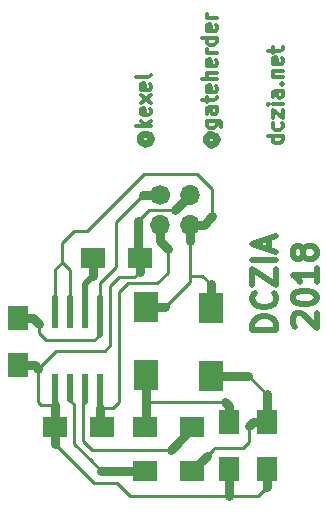
<source format=gtl>
G04 #@! TF.FileFunction,Copper,L1,Top,Signal*
%FSLAX46Y46*%
G04 Gerber Fmt 4.6, Leading zero omitted, Abs format (unit mm)*
G04 Created by KiCad (PCBNEW 4.0.7) date Thursday, July 26, 2018 'PMt' 01:10:45 PM*
%MOMM*%
%LPD*%
G01*
G04 APERTURE LIST*
%ADD10C,0.100000*%
%ADD11C,0.312500*%
%ADD12C,0.500000*%
%ADD13R,0.600000X1.550000*%
%ADD14R,2.000000X1.700000*%
%ADD15R,1.700000X2.000000*%
%ADD16C,1.700000*%
%ADD17O,1.700000X1.700000*%
%ADD18R,2.100000X2.500000*%
%ADD19C,0.750000*%
%ADD20C,0.250000*%
G04 APERTURE END LIST*
D10*
D11*
X104756276Y-75782857D02*
X103506276Y-75782857D01*
X104696752Y-75782857D02*
X104756276Y-75901904D01*
X104756276Y-76140000D01*
X104696752Y-76259047D01*
X104637229Y-76318571D01*
X104518181Y-76378095D01*
X104161038Y-76378095D01*
X104041990Y-76318571D01*
X103982467Y-76259047D01*
X103922943Y-76140000D01*
X103922943Y-75901904D01*
X103982467Y-75782857D01*
X104696752Y-74651905D02*
X104756276Y-74770952D01*
X104756276Y-75009048D01*
X104696752Y-75128095D01*
X104637229Y-75187619D01*
X104518181Y-75247143D01*
X104161038Y-75247143D01*
X104041990Y-75187619D01*
X103982467Y-75128095D01*
X103922943Y-75009048D01*
X103922943Y-74770952D01*
X103982467Y-74651905D01*
X103922943Y-74235238D02*
X103922943Y-73580476D01*
X104756276Y-74235238D01*
X104756276Y-73580476D01*
X104756276Y-73104285D02*
X103922943Y-73104285D01*
X103506276Y-73104285D02*
X103565800Y-73163809D01*
X103625324Y-73104285D01*
X103565800Y-73044761D01*
X103506276Y-73104285D01*
X103625324Y-73104285D01*
X104756276Y-71973333D02*
X104101514Y-71973333D01*
X103982467Y-72032856D01*
X103922943Y-72151904D01*
X103922943Y-72389999D01*
X103982467Y-72509047D01*
X104696752Y-71973333D02*
X104756276Y-72092380D01*
X104756276Y-72389999D01*
X104696752Y-72509047D01*
X104577705Y-72568571D01*
X104458657Y-72568571D01*
X104339610Y-72509047D01*
X104280086Y-72389999D01*
X104280086Y-72092380D01*
X104220562Y-71973333D01*
X104637229Y-71378095D02*
X104696752Y-71318571D01*
X104756276Y-71378095D01*
X104696752Y-71437619D01*
X104637229Y-71378095D01*
X104756276Y-71378095D01*
X103922943Y-70782857D02*
X104756276Y-70782857D01*
X104041990Y-70782857D02*
X103982467Y-70723333D01*
X103922943Y-70604286D01*
X103922943Y-70425714D01*
X103982467Y-70306666D01*
X104101514Y-70247143D01*
X104756276Y-70247143D01*
X104696752Y-69175714D02*
X104756276Y-69294762D01*
X104756276Y-69532857D01*
X104696752Y-69651905D01*
X104577705Y-69711429D01*
X104101514Y-69711429D01*
X103982467Y-69651905D01*
X103922943Y-69532857D01*
X103922943Y-69294762D01*
X103982467Y-69175714D01*
X104101514Y-69116191D01*
X104220562Y-69116191D01*
X104339610Y-69711429D01*
X103922943Y-68759047D02*
X103922943Y-68282857D01*
X103506276Y-68580476D02*
X104577705Y-68580476D01*
X104696752Y-68520952D01*
X104756276Y-68401905D01*
X104756276Y-68282857D01*
X92985038Y-75802857D02*
X92925514Y-75862381D01*
X92865990Y-75981429D01*
X92865990Y-76100476D01*
X92925514Y-76219524D01*
X92985038Y-76279048D01*
X93104086Y-76338572D01*
X93223133Y-76338572D01*
X93342181Y-76279048D01*
X93401705Y-76219524D01*
X93461229Y-76100476D01*
X93461229Y-75981429D01*
X93401705Y-75862381D01*
X93342181Y-75802857D01*
X92865990Y-75802857D02*
X93342181Y-75802857D01*
X93401705Y-75743334D01*
X93401705Y-75683810D01*
X93342181Y-75564762D01*
X93223133Y-75505238D01*
X92925514Y-75505238D01*
X92746943Y-75624286D01*
X92627895Y-75802857D01*
X92568371Y-76040953D01*
X92627895Y-76279048D01*
X92746943Y-76457619D01*
X92925514Y-76576667D01*
X93163610Y-76636191D01*
X93401705Y-76576667D01*
X93580276Y-76457619D01*
X93699324Y-76279048D01*
X93758848Y-76040953D01*
X93699324Y-75802857D01*
X93580276Y-75624286D01*
X93580276Y-74969524D02*
X92330276Y-74969524D01*
X93104086Y-74850476D02*
X93580276Y-74493333D01*
X92746943Y-74493333D02*
X93223133Y-74969524D01*
X93520752Y-73481428D02*
X93580276Y-73600476D01*
X93580276Y-73838571D01*
X93520752Y-73957619D01*
X93401705Y-74017143D01*
X92925514Y-74017143D01*
X92806467Y-73957619D01*
X92746943Y-73838571D01*
X92746943Y-73600476D01*
X92806467Y-73481428D01*
X92925514Y-73421905D01*
X93044562Y-73421905D01*
X93163610Y-74017143D01*
X93580276Y-73005238D02*
X92746943Y-72350476D01*
X92746943Y-73005238D02*
X93580276Y-72350476D01*
X93520752Y-71398094D02*
X93580276Y-71517142D01*
X93580276Y-71755237D01*
X93520752Y-71874285D01*
X93401705Y-71933809D01*
X92925514Y-71933809D01*
X92806467Y-71874285D01*
X92746943Y-71755237D01*
X92746943Y-71517142D01*
X92806467Y-71398094D01*
X92925514Y-71338571D01*
X93044562Y-71338571D01*
X93163610Y-71933809D01*
X93580276Y-70624285D02*
X93520752Y-70743332D01*
X93401705Y-70802856D01*
X92330276Y-70802856D01*
X98573038Y-75852143D02*
X98513514Y-75911667D01*
X98453990Y-76030715D01*
X98453990Y-76149762D01*
X98513514Y-76268810D01*
X98573038Y-76328334D01*
X98692086Y-76387858D01*
X98811133Y-76387858D01*
X98930181Y-76328334D01*
X98989705Y-76268810D01*
X99049229Y-76149762D01*
X99049229Y-76030715D01*
X98989705Y-75911667D01*
X98930181Y-75852143D01*
X98453990Y-75852143D02*
X98930181Y-75852143D01*
X98989705Y-75792620D01*
X98989705Y-75733096D01*
X98930181Y-75614048D01*
X98811133Y-75554524D01*
X98513514Y-75554524D01*
X98334943Y-75673572D01*
X98215895Y-75852143D01*
X98156371Y-76090239D01*
X98215895Y-76328334D01*
X98334943Y-76506905D01*
X98513514Y-76625953D01*
X98751610Y-76685477D01*
X98989705Y-76625953D01*
X99168276Y-76506905D01*
X99287324Y-76328334D01*
X99346848Y-76090239D01*
X99287324Y-75852143D01*
X99168276Y-75673572D01*
X98334943Y-74483096D02*
X99346848Y-74483096D01*
X99465895Y-74542619D01*
X99525419Y-74602143D01*
X99584943Y-74721191D01*
X99584943Y-74899762D01*
X99525419Y-75018810D01*
X99108752Y-74483096D02*
X99168276Y-74602143D01*
X99168276Y-74840239D01*
X99108752Y-74959286D01*
X99049229Y-75018810D01*
X98930181Y-75078334D01*
X98573038Y-75078334D01*
X98453990Y-75018810D01*
X98394467Y-74959286D01*
X98334943Y-74840239D01*
X98334943Y-74602143D01*
X98394467Y-74483096D01*
X99168276Y-73352144D02*
X98513514Y-73352144D01*
X98394467Y-73411667D01*
X98334943Y-73530715D01*
X98334943Y-73768810D01*
X98394467Y-73887858D01*
X99108752Y-73352144D02*
X99168276Y-73471191D01*
X99168276Y-73768810D01*
X99108752Y-73887858D01*
X98989705Y-73947382D01*
X98870657Y-73947382D01*
X98751610Y-73887858D01*
X98692086Y-73768810D01*
X98692086Y-73471191D01*
X98632562Y-73352144D01*
X98334943Y-72935477D02*
X98334943Y-72459287D01*
X97918276Y-72756906D02*
X98989705Y-72756906D01*
X99108752Y-72697382D01*
X99168276Y-72578335D01*
X99168276Y-72459287D01*
X99108752Y-71566429D02*
X99168276Y-71685477D01*
X99168276Y-71923572D01*
X99108752Y-72042620D01*
X98989705Y-72102144D01*
X98513514Y-72102144D01*
X98394467Y-72042620D01*
X98334943Y-71923572D01*
X98334943Y-71685477D01*
X98394467Y-71566429D01*
X98513514Y-71506906D01*
X98632562Y-71506906D01*
X98751610Y-72102144D01*
X99168276Y-70971191D02*
X97918276Y-70971191D01*
X99168276Y-70435477D02*
X98513514Y-70435477D01*
X98394467Y-70495000D01*
X98334943Y-70614048D01*
X98334943Y-70792620D01*
X98394467Y-70911667D01*
X98453990Y-70971191D01*
X99108752Y-69364048D02*
X99168276Y-69483096D01*
X99168276Y-69721191D01*
X99108752Y-69840239D01*
X98989705Y-69899763D01*
X98513514Y-69899763D01*
X98394467Y-69840239D01*
X98334943Y-69721191D01*
X98334943Y-69483096D01*
X98394467Y-69364048D01*
X98513514Y-69304525D01*
X98632562Y-69304525D01*
X98751610Y-69899763D01*
X99168276Y-68768810D02*
X98334943Y-68768810D01*
X98573038Y-68768810D02*
X98453990Y-68709286D01*
X98394467Y-68649762D01*
X98334943Y-68530715D01*
X98334943Y-68411667D01*
X99168276Y-67459286D02*
X97918276Y-67459286D01*
X99108752Y-67459286D02*
X99168276Y-67578333D01*
X99168276Y-67816429D01*
X99108752Y-67935476D01*
X99049229Y-67995000D01*
X98930181Y-68054524D01*
X98573038Y-68054524D01*
X98453990Y-67995000D01*
X98394467Y-67935476D01*
X98334943Y-67816429D01*
X98334943Y-67578333D01*
X98394467Y-67459286D01*
X99108752Y-66387857D02*
X99168276Y-66506905D01*
X99168276Y-66745000D01*
X99108752Y-66864048D01*
X98989705Y-66923572D01*
X98513514Y-66923572D01*
X98394467Y-66864048D01*
X98334943Y-66745000D01*
X98334943Y-66506905D01*
X98394467Y-66387857D01*
X98513514Y-66328334D01*
X98632562Y-66328334D01*
X98751610Y-66923572D01*
X99168276Y-65792619D02*
X98334943Y-65792619D01*
X98573038Y-65792619D02*
X98453990Y-65733095D01*
X98394467Y-65673571D01*
X98334943Y-65554524D01*
X98334943Y-65435476D01*
D12*
X105826038Y-91947572D02*
X105730800Y-91852334D01*
X105635562Y-91661857D01*
X105635562Y-91185667D01*
X105730800Y-90995191D01*
X105826038Y-90899953D01*
X106016514Y-90804714D01*
X106206990Y-90804714D01*
X106492705Y-90899953D01*
X107635562Y-92042810D01*
X107635562Y-90804714D01*
X105635562Y-89566619D02*
X105635562Y-89376143D01*
X105730800Y-89185667D01*
X105826038Y-89090429D01*
X106016514Y-88995191D01*
X106397467Y-88899952D01*
X106873657Y-88899952D01*
X107254610Y-88995191D01*
X107445086Y-89090429D01*
X107540324Y-89185667D01*
X107635562Y-89376143D01*
X107635562Y-89566619D01*
X107540324Y-89757095D01*
X107445086Y-89852333D01*
X107254610Y-89947572D01*
X106873657Y-90042810D01*
X106397467Y-90042810D01*
X106016514Y-89947572D01*
X105826038Y-89852333D01*
X105730800Y-89757095D01*
X105635562Y-89566619D01*
X107635562Y-86995190D02*
X107635562Y-88138048D01*
X107635562Y-87566619D02*
X105635562Y-87566619D01*
X105921276Y-87757095D01*
X106111752Y-87947571D01*
X106206990Y-88138048D01*
X106492705Y-85852333D02*
X106397467Y-86042809D01*
X106302229Y-86138048D01*
X106111752Y-86233286D01*
X106016514Y-86233286D01*
X105826038Y-86138048D01*
X105730800Y-86042809D01*
X105635562Y-85852333D01*
X105635562Y-85471381D01*
X105730800Y-85280905D01*
X105826038Y-85185667D01*
X106016514Y-85090428D01*
X106111752Y-85090428D01*
X106302229Y-85185667D01*
X106397467Y-85280905D01*
X106492705Y-85471381D01*
X106492705Y-85852333D01*
X106587943Y-86042809D01*
X106683181Y-86138048D01*
X106873657Y-86233286D01*
X107254610Y-86233286D01*
X107445086Y-86138048D01*
X107540324Y-86042809D01*
X107635562Y-85852333D01*
X107635562Y-85471381D01*
X107540324Y-85280905D01*
X107445086Y-85185667D01*
X107254610Y-85090428D01*
X106873657Y-85090428D01*
X106683181Y-85185667D01*
X106587943Y-85280905D01*
X106492705Y-85471381D01*
X104206562Y-92201524D02*
X102206562Y-92201524D01*
X102206562Y-91725333D01*
X102301800Y-91439619D01*
X102492276Y-91249143D01*
X102682752Y-91153904D01*
X103063705Y-91058666D01*
X103349419Y-91058666D01*
X103730371Y-91153904D01*
X103920848Y-91249143D01*
X104111324Y-91439619D01*
X104206562Y-91725333D01*
X104206562Y-92201524D01*
X104016086Y-89058666D02*
X104111324Y-89153904D01*
X104206562Y-89439619D01*
X104206562Y-89630095D01*
X104111324Y-89915809D01*
X103920848Y-90106285D01*
X103730371Y-90201524D01*
X103349419Y-90296762D01*
X103063705Y-90296762D01*
X102682752Y-90201524D01*
X102492276Y-90106285D01*
X102301800Y-89915809D01*
X102206562Y-89630095D01*
X102206562Y-89439619D01*
X102301800Y-89153904D01*
X102397038Y-89058666D01*
X102206562Y-88392000D02*
X102206562Y-87058666D01*
X104206562Y-88392000D01*
X104206562Y-87058666D01*
X104206562Y-86296762D02*
X102206562Y-86296762D01*
X103635133Y-85439619D02*
X103635133Y-84487238D01*
X104206562Y-85630095D02*
X102206562Y-84963428D01*
X104206562Y-84296761D01*
D13*
X85471000Y-96680000D03*
X86741000Y-96680000D03*
X88011000Y-96680000D03*
X89281000Y-96680000D03*
X89281000Y-91280000D03*
X88011000Y-91280000D03*
X86741000Y-91280000D03*
X85471000Y-91280000D03*
D14*
X92678000Y-86106000D03*
X88678000Y-86106000D03*
X97123000Y-104140000D03*
X93123000Y-104140000D03*
X93123000Y-100457000D03*
X97123000Y-100457000D03*
X89503000Y-100457000D03*
X85503000Y-100457000D03*
D15*
X82346800Y-91218000D03*
X82346800Y-95218000D03*
X100253800Y-99981000D03*
X100253800Y-103981000D03*
X103428800Y-99981000D03*
X103428800Y-103981000D03*
D16*
X94361000Y-80772000D03*
D17*
X94361000Y-83312000D03*
X96901000Y-80772000D03*
X96901000Y-83312000D03*
D18*
X93157040Y-90284300D03*
X93157040Y-95999300D03*
X98679000Y-90360500D03*
X98679000Y-96075500D03*
D19*
X100253800Y-99981000D02*
X100253800Y-98679000D01*
D20*
X99872800Y-98298000D02*
X93157040Y-98298000D01*
D19*
X100253800Y-98679000D02*
X99872800Y-98298000D01*
X93157040Y-95999300D02*
X93157040Y-98298000D01*
X93157040Y-98298000D02*
X93157040Y-100422960D01*
D20*
X93157040Y-100422960D02*
X93123000Y-100457000D01*
X101396800Y-102235000D02*
X98983800Y-102235000D01*
D19*
X102253800Y-99981000D02*
X101904800Y-100330000D01*
D20*
X101904800Y-100330000D02*
X101904800Y-101727000D01*
X101904800Y-101727000D02*
X101396800Y-102235000D01*
D19*
X103428800Y-99981000D02*
X102253800Y-99981000D01*
D20*
X98348800Y-102870000D02*
X98856800Y-102362000D01*
D19*
X98348800Y-102870000D02*
X97123000Y-104095800D01*
D20*
X98983800Y-102235000D02*
X98856800Y-102362000D01*
D19*
X97123000Y-104140000D02*
X97123000Y-104095800D01*
X103428800Y-99981000D02*
X103428800Y-97663000D01*
X101841300Y-96075500D02*
X98679000Y-96075500D01*
D20*
X103428800Y-97663000D02*
X101841300Y-96075500D01*
D19*
X97123000Y-100457000D02*
X97123000Y-100539800D01*
X97123000Y-100539800D02*
X95300800Y-102362000D01*
D20*
X95300800Y-102362000D02*
X91186000Y-102362000D01*
X91186000Y-102362000D02*
X88646000Y-102362000D01*
X88011000Y-98298000D02*
X87884000Y-98425000D01*
X87884000Y-98425000D02*
X87884000Y-101600000D01*
D12*
X88011000Y-98298000D02*
X88011000Y-96680000D01*
D20*
X88646000Y-102362000D02*
X87884000Y-101600000D01*
D19*
X93123000Y-104140000D02*
X89408000Y-104140000D01*
D12*
X86741000Y-98171000D02*
X86741000Y-96680000D01*
D20*
X87122000Y-98552000D02*
X87122000Y-101854000D01*
X86741000Y-98171000D02*
X87122000Y-98552000D01*
X88519000Y-103251000D02*
X87122000Y-101854000D01*
X89408000Y-104140000D02*
X88519000Y-103251000D01*
D12*
X88011000Y-88315800D02*
X88011000Y-91280000D01*
X88678000Y-87648800D02*
X88011000Y-88315800D01*
D19*
X88678000Y-86106000D02*
X88678000Y-87648800D01*
X96901000Y-83312000D02*
X96901000Y-84658200D01*
D20*
X96901000Y-84658200D02*
X96901000Y-87630000D01*
D19*
X98679000Y-90360500D02*
X98679000Y-88341200D01*
D20*
X98679000Y-88341200D02*
X97967800Y-87630000D01*
X97967800Y-87630000D02*
X96901000Y-87630000D01*
X98806000Y-81788000D02*
X98806000Y-82600800D01*
X86106000Y-86487000D02*
X86106000Y-84836000D01*
X98806000Y-81788000D02*
X98806000Y-80264000D01*
X98806000Y-80264000D02*
X97536000Y-78994000D01*
X97536000Y-78994000D02*
X93014800Y-78994000D01*
X93014800Y-78994000D02*
X88188800Y-83820000D01*
X88188800Y-83820000D02*
X87122000Y-83820000D01*
X87122000Y-83820000D02*
X86106000Y-84836000D01*
D19*
X98094800Y-83312000D02*
X96901000Y-83312000D01*
X98806000Y-82600800D02*
X98094800Y-83312000D01*
X93157040Y-90284300D02*
X94805500Y-90284300D01*
D20*
X94805500Y-90284300D02*
X96901000Y-88188800D01*
X96901000Y-88188800D02*
X96901000Y-87630000D01*
X98602800Y-90284300D02*
X98679000Y-90360500D01*
X98806000Y-90233500D02*
X98679000Y-90360500D01*
X98602800Y-90284300D02*
X98679000Y-90360500D01*
D12*
X85471000Y-89408000D02*
X85471000Y-91280000D01*
X86741000Y-89408000D02*
X86741000Y-91280000D01*
D20*
X86741000Y-89502000D02*
X86741000Y-89408000D01*
X86741000Y-89408000D02*
X86741000Y-87122000D01*
X86741000Y-87122000D02*
X86106000Y-86487000D01*
X85471000Y-87122000D02*
X85471000Y-89408000D01*
X86106000Y-86487000D02*
X85471000Y-87122000D01*
X85471000Y-89408000D02*
X85471000Y-89502000D01*
D19*
X82346800Y-95218000D02*
X83788000Y-95218000D01*
X83788000Y-95218000D02*
X84074000Y-95504000D01*
X100253800Y-106299000D02*
X100253800Y-103981000D01*
X103428800Y-103981000D02*
X103428800Y-105537000D01*
D20*
X102666800Y-106299000D02*
X100253800Y-106299000D01*
X100253800Y-106299000D02*
X99949000Y-106299000D01*
X103428800Y-105537000D02*
X102666800Y-106299000D01*
D19*
X85503000Y-101886000D02*
X85503000Y-100457000D01*
D20*
X88773000Y-105156000D02*
X85503000Y-101886000D01*
X90728800Y-105156000D02*
X88773000Y-105156000D01*
X91871800Y-106299000D02*
X90728800Y-105156000D01*
X99949000Y-106299000D02*
X91871800Y-106299000D01*
D12*
X85471000Y-96680000D02*
X85471000Y-98552000D01*
D19*
X92678000Y-86106000D02*
X92678000Y-87281000D01*
D20*
X90170000Y-88519000D02*
X90170000Y-90297000D01*
X90932000Y-87757000D02*
X90170000Y-88519000D01*
X92202000Y-87757000D02*
X90932000Y-87757000D01*
X92678000Y-87281000D02*
X92202000Y-87757000D01*
X90170000Y-90297000D02*
X90170000Y-91186000D01*
X90170000Y-90170000D02*
X90170000Y-90297000D01*
D19*
X95631000Y-82042000D02*
X96901000Y-80772000D01*
D20*
X93472000Y-82042000D02*
X95631000Y-82042000D01*
D19*
X92551000Y-86487000D02*
X92551000Y-82963000D01*
D20*
X92551000Y-82963000D02*
X93472000Y-82042000D01*
X85471000Y-98552000D02*
X85090000Y-98552000D01*
X84328000Y-98552000D02*
X85090000Y-98552000D01*
X84074000Y-98298000D02*
X84328000Y-98552000D01*
X84074000Y-98298000D02*
X84074000Y-95504000D01*
D19*
X85471000Y-98552000D02*
X85471000Y-100425000D01*
D20*
X85471000Y-100425000D02*
X85503000Y-100457000D01*
X90170000Y-93522800D02*
X90170000Y-91186000D01*
X86360000Y-93980000D02*
X85598000Y-93980000D01*
X85598000Y-93980000D02*
X84074000Y-95504000D01*
X90170000Y-93522800D02*
X89712800Y-93980000D01*
X89712800Y-93980000D02*
X86360000Y-93980000D01*
X95046800Y-86614000D02*
X95046800Y-85344000D01*
X94157800Y-88265000D02*
X95046800Y-87376000D01*
X95046800Y-87376000D02*
X95046800Y-86614000D01*
X94030800Y-88265000D02*
X94157800Y-88265000D01*
D19*
X94361000Y-84658200D02*
X95046800Y-85344000D01*
X94361000Y-84658200D02*
X94361000Y-83312000D01*
D20*
X90932000Y-89027000D02*
X91694000Y-88265000D01*
X90170000Y-98806000D02*
X90424000Y-98806000D01*
X90932000Y-98298000D02*
X90932000Y-90424000D01*
X90424000Y-98806000D02*
X90932000Y-98298000D01*
X90932000Y-90424000D02*
X90932000Y-89027000D01*
X89281000Y-98806000D02*
X90170000Y-98806000D01*
X94107000Y-88265000D02*
X94030800Y-88265000D01*
X94030800Y-88265000D02*
X91694000Y-88265000D01*
D19*
X94361000Y-83312000D02*
X94538800Y-83312000D01*
X89281000Y-98806000D02*
X89281000Y-100235000D01*
D20*
X89281000Y-100235000D02*
X89503000Y-100457000D01*
D12*
X89281000Y-96680000D02*
X89281000Y-98806000D01*
D20*
X85217000Y-93091000D02*
X84759800Y-93091000D01*
D12*
X89281000Y-91280000D02*
X89281000Y-92633800D01*
D20*
X89281000Y-92633800D02*
X88823800Y-93091000D01*
X88823800Y-93091000D02*
X85217000Y-93091000D01*
D19*
X83648800Y-91218000D02*
X84124800Y-91694000D01*
D20*
X84124800Y-91694000D02*
X84124800Y-92456000D01*
X84124800Y-92456000D02*
X84378800Y-92710000D01*
D19*
X83648800Y-91218000D02*
X82346800Y-91218000D01*
D20*
X84759800Y-93091000D02*
X84378800Y-92710000D01*
D12*
X89281000Y-89408000D02*
X89281000Y-91280000D01*
D19*
X92964000Y-80772000D02*
X94361000Y-80772000D01*
D20*
X90678000Y-83058000D02*
X92964000Y-80772000D01*
X89281000Y-89502000D02*
X89281000Y-89408000D01*
X89281000Y-89408000D02*
X89281000Y-88265000D01*
X89281000Y-88265000D02*
X90678000Y-86868000D01*
X90678000Y-86868000D02*
X90678000Y-83058000D01*
M02*

</source>
